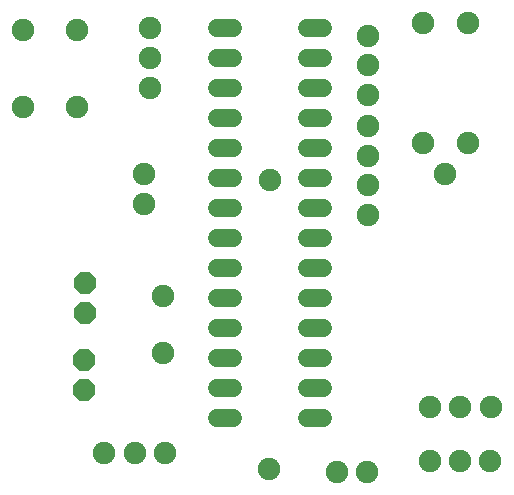
<source format=gbr>
G04 EAGLE Gerber X2 export*
%TF.Part,Single*%
%TF.FileFunction,Soldermask,Top,1*%
%TF.FilePolarity,Negative*%
%TF.GenerationSoftware,Autodesk,EAGLE,8.6.0*%
%TF.CreationDate,2018-07-05T08:12:42Z*%
G75*
%MOMM*%
%FSLAX34Y34*%
%LPD*%
%AMOC8*
5,1,8,0,0,1.08239X$1,22.5*%
G01*
%ADD10C,1.524000*%
%ADD11C,1.903200*%
%ADD12P,2.034460X8X292.500000*%


D10*
X826296Y211100D02*
X839504Y211100D01*
X839504Y185700D02*
X826296Y185700D01*
X826296Y58700D02*
X839504Y58700D01*
X839504Y33300D02*
X826296Y33300D01*
X826296Y160300D02*
X839504Y160300D01*
X839504Y134900D02*
X826296Y134900D01*
X826296Y84100D02*
X839504Y84100D01*
X839504Y109500D02*
X826296Y109500D01*
X826296Y7900D02*
X839504Y7900D01*
X839504Y-17500D02*
X826296Y-17500D01*
X826296Y-42900D02*
X839504Y-42900D01*
X839504Y-68300D02*
X826296Y-68300D01*
X826296Y-93700D02*
X839504Y-93700D01*
X839504Y-119100D02*
X826296Y-119100D01*
X902496Y-119100D02*
X915704Y-119100D01*
X915704Y-93700D02*
X902496Y-93700D01*
X902496Y-68300D02*
X915704Y-68300D01*
X915704Y-42900D02*
X902496Y-42900D01*
X902496Y-17500D02*
X915704Y-17500D01*
X915704Y7900D02*
X902496Y7900D01*
X902496Y33300D02*
X915704Y33300D01*
X915704Y58700D02*
X902496Y58700D01*
X902496Y84100D02*
X915704Y84100D01*
X915704Y109500D02*
X902496Y109500D01*
X902496Y134900D02*
X915704Y134900D01*
X915704Y160300D02*
X902496Y160300D01*
X902496Y185700D02*
X915704Y185700D01*
X915704Y211100D02*
X902496Y211100D01*
D11*
X764500Y87600D03*
X764500Y62100D03*
X756500Y-149000D03*
X782000Y-149000D03*
X731000Y-149000D03*
X1032500Y-110000D03*
X1058000Y-110000D03*
X1007000Y-110000D03*
X1032000Y-156000D03*
X1057500Y-156000D03*
X1006500Y-156000D03*
X770000Y185500D03*
X770000Y211000D03*
X770000Y160000D03*
X954000Y102750D03*
X954000Y128250D03*
X954000Y153750D03*
X954000Y179250D03*
X954000Y204250D03*
X954000Y77750D03*
X954000Y52250D03*
X1001000Y215300D03*
X1001000Y113700D03*
X1039000Y214800D03*
X1039000Y113200D03*
D12*
X714000Y-70300D03*
X714000Y-95700D03*
D11*
X781000Y-64630D03*
X781000Y-16370D03*
X707500Y144000D03*
X662500Y144000D03*
X662500Y209000D03*
X707500Y209000D03*
D12*
X714500Y-5300D03*
X714500Y-30700D03*
D11*
X953100Y-165000D03*
X927600Y-165000D03*
X870500Y-162500D03*
X871500Y82000D03*
X1019000Y87500D03*
M02*

</source>
